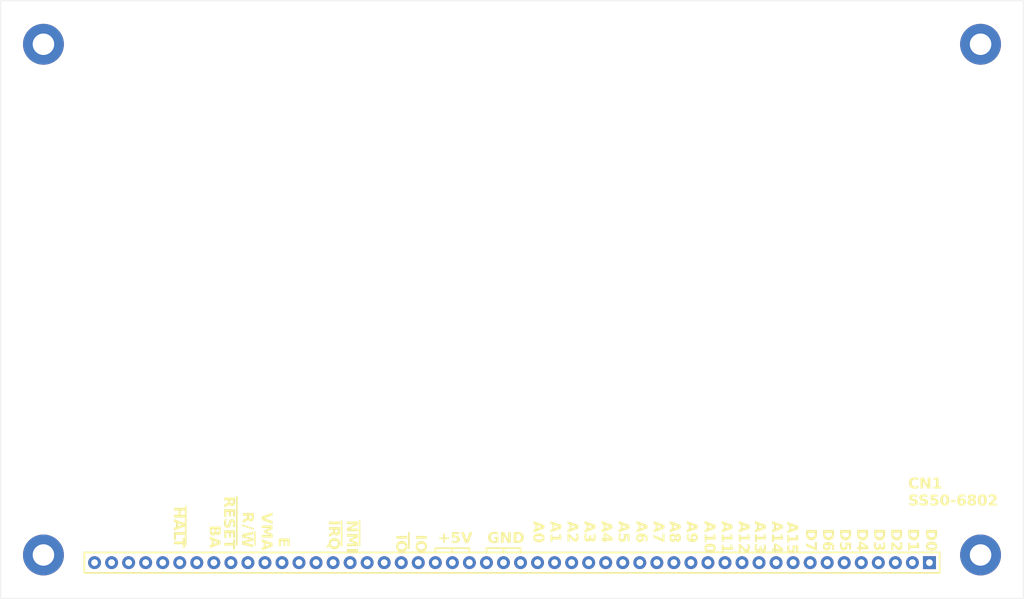
<source format=kicad_pcb>
(kicad_pcb (version 20240108) (generator "pcbnew") (generator_version "8.0")
  (layers (0 "F.Cu" signal "Top Layer") (31 "B.Cu" signal "Bottom Layer") (34 "B.Paste" user "Bottom Paste") (35 "F.Paste" user "Top Paste") (36 "B.SilkS" user "Bottom Overlay") (37 "F.SilkS" user "Top Overlay") (38 "B.Mask" user "Bottom Solder") (39 "F.Mask" user "Top Solder") (44 "Edge.Cuts" user))
  (net 0 "")
  (footprint "" (layer "F.Cu") (at 218.3511 66.9036)
    (property "Reference" "" (at 0 0 0) (layer "F.SilkS") (effects (font (size 1.27 1.27))))
    (property "Value" "")
    (pad "1" thru_hole circle (at 0 0) (size 6.096 6.096) (drill 3.2) (layers "*.Cu" "*.Mask"))
  )
  (footprint "ThroughHole.PcbLib:SIL50" (layer "F.Cu") (at 210.7311 144.2466 -90)
    (property "Reference" "CN1" (at -10.795 3.175 0) (layer "F.SilkS") (effects (font (size 1.6002 1.6002) (thickness 0.254) (bold yes)) (justify left bottom)))
    (property "Value" "SS50-6802" (at -8.255 3.175 0) (layer "F.SilkS") (effects (font (size 1.6002 1.6002) (thickness 0.254) (bold yes)) (justify left bottom)))
    (fp_line (start -1.524 125.984) (end -1.524 -1.524) (stroke (width 0.254)) (layer "F.SilkS"))
    (fp_line (start 1.524 125.984) (end -1.524 125.984) (stroke (width 0.254)) (layer "F.SilkS"))
    (fp_line (start 1.524 125.984) (end 1.524 -1.524) (stroke (width 0.254)) (layer "F.SilkS"))
    (fp_line (start 1.524 -1.524) (end -1.524 -1.524) (stroke (width 0.254)) (layer "F.SilkS"))
    (pad "1" thru_hole rect (at 0 0 270) (size 1.9304 1.9304) (drill 1) (layers "*.Cu" "*.Mask"))
    (pad "2" thru_hole circle (at 0 2.54 270) (size 1.9304 1.9304) (drill 1) (layers "*.Cu" "*.Mask"))
    (pad "3" thru_hole circle (at 0 5.08 270) (size 1.9304 1.9304) (drill 1) (layers "*.Cu" "*.Mask"))
    (pad "4" thru_hole circle (at 0 7.62 270) (size 1.9304 1.9304) (drill 1) (layers "*.Cu" "*.Mask"))
    (pad "5" thru_hole circle (at 0 10.16 270) (size 1.9304 1.9304) (drill 1) (layers "*.Cu" "*.Mask"))
    (pad "6" thru_hole circle (at 0 12.7 270) (size 1.9304 1.9304) (drill 1) (layers "*.Cu" "*.Mask"))
    (pad "7" thru_hole circle (at 0 15.24 270) (size 1.9304 1.9304) (drill 1) (layers "*.Cu" "*.Mask"))
    (pad "8" thru_hole circle (at 0 17.78 270) (size 1.9304 1.9304) (drill 1) (layers "*.Cu" "*.Mask"))
    (pad "9" thru_hole circle (at 0 20.32 270) (size 1.9304 1.9304) (drill 1) (layers "*.Cu" "*.Mask"))
    (pad "10" thru_hole circle (at 0 22.86 270) (size 1.9304 1.9304) (drill 1) (layers "*.Cu" "*.Mask"))
    (pad "11" thru_hole circle (at 0 25.4 270) (size 1.9304 1.9304) (drill 1) (layers "*.Cu" "*.Mask"))
    (pad "12" thru_hole circle (at 0 27.94 270) (size 1.9304 1.9304) (drill 1) (layers "*.Cu" "*.Mask"))
    (pad "13" thru_hole circle (at 0 30.48 270) (size 1.9304 1.9304) (drill 1) (layers "*.Cu" "*.Mask"))
    (pad "14" thru_hole circle (at 0 33.02 270) (size 1.9304 1.9304) (drill 1) (layers "*.Cu" "*.Mask"))
    (pad "15" thru_hole circle (at 0 35.56 270) (size 1.9304 1.9304) (drill 1) (layers "*.Cu" "*.Mask"))
    (pad "16" thru_hole circle (at 0 38.1 270) (size 1.9304 1.9304) (drill 1) (layers "*.Cu" "*.Mask"))
    (pad "17" thru_hole circle (at 0 40.64 270) (size 1.9304 1.9304) (drill 1) (layers "*.Cu" "*.Mask"))
    (pad "18" thru_hole circle (at 0 43.18 270) (size 1.9304 1.9304) (drill 1) (layers "*.Cu" "*.Mask"))
    (pad "19" thru_hole circle (at 0 45.72 270) (size 1.9304 1.9304) (drill 1) (layers "*.Cu" "*.Mask"))
    (pad "20" thru_hole circle (at 0 48.26 270) (size 1.9304 1.9304) (drill 1) (layers "*.Cu" "*.Mask"))
    (pad "21" thru_hole circle (at 0 50.8 270) (size 1.9304 1.9304) (drill 1) (layers "*.Cu" "*.Mask"))
    (pad "22" thru_hole circle (at 0 53.34 270) (size 1.9304 1.9304) (drill 1) (layers "*.Cu" "*.Mask"))
    (pad "23" thru_hole circle (at 0 55.88 270) (size 1.9304 1.9304) (drill 1) (layers "*.Cu" "*.Mask"))
    (pad "24" thru_hole circle (at 0 58.42 270) (size 1.9304 1.9304) (drill 1) (layers "*.Cu" "*.Mask"))
    (pad "25" thru_hole circle (at 0 60.96 270) (size 1.9304 1.9304) (drill 1) (layers "*.Cu" "*.Mask"))
    (pad "26" thru_hole circle (at 0 63.5 270) (size 1.9304 1.9304) (drill 1) (layers "*.Cu" "*.Mask"))
    (pad "27" thru_hole circle (at 0 66.04 270) (size 1.9304 1.9304) (drill 1) (layers "*.Cu" "*.Mask"))
    (pad "28" thru_hole circle (at 0 68.58 270) (size 1.9304 1.9304) (drill 1) (layers "*.Cu" "*.Mask"))
    (pad "29" thru_hole circle (at 0 71.12 270) (size 1.9304 1.9304) (drill 1) (layers "*.Cu" "*.Mask"))
    (pad "30" thru_hole circle (at 0 73.66 270) (size 1.9304 1.9304) (drill 1) (layers "*.Cu" "*.Mask"))
    (pad "31" thru_hole circle (at 0 76.2 270) (size 1.9304 1.9304) (drill 1) (layers "*.Cu" "*.Mask"))
    (pad "32" thru_hole circle (at 0 78.74 270) (size 1.9304 1.9304) (drill 1) (layers "*.Cu" "*.Mask"))
    (pad "33" thru_hole circle (at 0 81.28 270) (size 1.9304 1.9304) (drill 1) (layers "*.Cu" "*.Mask"))
    (pad "34" thru_hole circle (at 0 83.82 270) (size 1.9304 1.9304) (drill 1) (layers "*.Cu" "*.Mask"))
    (pad "35" thru_hole circle (at 0 86.36 270) (size 1.9304 1.9304) (drill 1) (layers "*.Cu" "*.Mask"))
    (pad "36" thru_hole circle (at 0 88.9 270) (size 1.9304 1.9304) (drill 1) (layers "*.Cu" "*.Mask"))
    (pad "37" thru_hole circle (at 0 91.44 270) (size 1.9304 1.9304) (drill 1) (layers "*.Cu" "*.Mask"))
    (pad "38" thru_hole circle (at 0 93.98 270) (size 1.9304 1.9304) (drill 1) (layers "*.Cu" "*.Mask"))
    (pad "39" thru_hole circle (at 0 96.52 270) (size 1.9304 1.9304) (drill 1) (layers "*.Cu" "*.Mask"))
    (pad "40" thru_hole circle (at 0 99.06 270) (size 1.9304 1.9304) (drill 1) (layers "*.Cu" "*.Mask"))
    (pad "41" thru_hole circle (at 0 101.6 270) (size 1.9304 1.9304) (drill 1) (layers "*.Cu" "*.Mask"))
    (pad "42" thru_hole circle (at 0 104.14 270) (size 1.9304 1.9304) (drill 1) (layers "*.Cu" "*.Mask"))
    (pad "43" thru_hole circle (at 0 106.68 270) (size 1.9304 1.9304) (drill 1) (layers "*.Cu" "*.Mask"))
    (pad "44" thru_hole circle (at 0 109.22 270) (size 1.9304 1.9304) (drill 1) (layers "*.Cu" "*.Mask"))
    (pad "45" thru_hole circle (at 0 111.76 270) (size 1.9304 1.9304) (drill 1) (layers "*.Cu" "*.Mask"))
    (pad "46" thru_hole circle (at 0 114.3 270) (size 1.9304 1.9304) (drill 1) (layers "*.Cu" "*.Mask"))
    (pad "47" thru_hole circle (at 0 116.84 270) (size 1.9304 1.9304) (drill 1) (layers "*.Cu" "*.Mask"))
    (pad "48" thru_hole circle (at 0 119.38 270) (size 1.9304 1.9304) (drill 1) (layers "*.Cu" "*.Mask"))
    (pad "49" thru_hole circle (at 0 121.92 270) (size 1.9304 1.9304) (drill 1) (layers "*.Cu" "*.Mask"))
    (pad "50" thru_hole circle (at 0 124.46 270) (size 1.9304 1.9304) (drill 1) (layers "*.Cu" "*.Mask"))
  )
  (footprint "" (layer "F.Cu") (at 78.6511 143.1036)
    (property "Reference" "" (at 0 0 0) (layer "F.SilkS") (effects (font (size 1.27 1.27))))
    (property "Value" "")
    (pad "1" thru_hole circle (at 0 0) (size 6.096 6.096) (drill 3.2) (layers "*.Cu" "*.Mask"))
  )
  (footprint "" (layer "F.Cu") (at 78.6511 66.9036)
    (property "Reference" "" (at 0 0 0) (layer "F.SilkS") (effects (font (size 1.27 1.27))))
    (property "Value" "")
    (pad "1" thru_hole circle (at 0 0) (size 6.096 6.096) (drill 3.2) (layers "*.Cu" "*.Mask"))
  )
  (footprint "" (layer "F.Cu") (at 218.3511 143.1036)
    (property "Reference" "" (at 0 0 0) (layer "F.SilkS") (effects (font (size 1.27 1.27))))
    (property "Value" "")
    (pad "1" thru_hole circle (at 0 0) (size 6.096 6.096) (drill 3.2) (layers "*.Cu" "*.Mask"))
  )
  (gr_line (start 149.7711 142.5956) (end 149.7711 142.0876) (stroke (width 0.254)) (layer "F.SilkS"))
  (gr_line (start 137.0711 142.5956) (end 137.0711 142.0876) (stroke (width 0.254)) (layer "F.SilkS"))
  (gr_line (start 110.1471 141.5796) (end 110.1471 139.6746) (stroke (width 0.254)) (layer "F.SilkS"))
  (gr_line (start 107.4801 141.5796) (end 107.4801 134.4676) (stroke (width 0.254)) (layer "F.SilkS"))
  (gr_line (start 144.6911 142.0876) (end 149.7711 142.0876) (stroke (width 0.254)) (layer "F.SilkS"))
  (gr_line (start 133.1341 142.0876) (end 133.1341 139.8016) (stroke (width 0.254)) (layer "F.SilkS"))
  (gr_line (start 144.6911 142.5956) (end 144.6911 142.0876) (stroke (width 0.254)) (layer "F.SilkS"))
  (gr_line (start 147.2311 142.5956) (end 147.2311 142.0876) (stroke (width 0.254)) (layer "F.SilkS"))
  (gr_line (start 123.1011 141.7066) (end 123.1011 138.0236) (stroke (width 0.254)) (layer "F.SilkS"))
  (gr_line (start 139.6111 142.5956) (end 139.6111 142.0876) (stroke (width 0.254)) (layer "F.SilkS"))
  (gr_line (start 142.1511 142.5956) (end 142.1511 142.0876) (stroke (width 0.254)) (layer "F.SilkS"))
  (gr_line (start 99.8601 141.5796) (end 99.8601 135.8646) (stroke (width 0.254)) (layer "F.SilkS"))
  (gr_line (start 137.0711 142.0876) (end 142.1511 142.0876) (stroke (width 0.254)) (layer "F.SilkS"))
  (gr_line (start 125.7681 141.7066) (end 125.7681 138.0236) (stroke (width 0.254)) (layer "F.SilkS"))
  (gr_line (start 72.3011 149.5806) (end 224.7011 149.5806) (stroke (width 0.05)) (layer "Edge.Cuts"))
  (gr_line (start 224.7011 149.5806) (end 224.7011 60.4266) (stroke (width 0.05)) (layer "Edge.Cuts"))
  (gr_line (start 224.7011 60.4266) (end 72.3011 60.4266) (stroke (width 0.05)) (layer "Edge.Cuts"))
  (gr_line (start 72.3011 60.4266) (end 72.3011 149.5806) (stroke (width 0.05)) (layer "Edge.Cuts"))
  (gr_text "A8" (at 171.7421 138.0236 270) (layer "F.SilkS") (effects (font (size 1.6002 1.6002) (thickness 0.254) (bold yes)) (justify left bottom)))
  (gr_text "RESET" (at 105.3211 134.3406 270) (layer "F.SilkS") (effects (font (size 1.6002 1.6002) (thickness 0.254) (bold yes)) (justify left bottom)))
  (gr_text "A9" (at 174.2821 138.0236 270) (layer "F.SilkS") (effects (font (size 1.6002 1.6002) (thickness 0.254) (bold yes)) (justify left bottom)))
  (gr_text "A6" (at 166.7891 138.0236 270) (layer "F.SilkS") (effects (font (size 1.6002 1.6002) (thickness 0.254) (bold yes)) (justify left bottom)))
  (gr_text "A3" (at 159.0421 138.0236 270) (layer "F.SilkS") (effects (font (size 1.6002 1.6002) (thickness 0.254) (bold yes)) (justify left bottom)))
  (gr_text "NMI" (at 123.6091 137.8966 270) (layer "F.SilkS") (effects (font (size 1.6002 1.6002) (thickness 0.254) (bold yes)) (justify left bottom)))
  (gr_text "GND" (at 144.8181 141.5796 360) (layer "F.SilkS") (effects (font (size 1.6002 1.6002) (thickness 0.254) (bold yes)) (justify left bottom)))
  (gr_text "A1" (at 153.9621 138.0236 270) (layer "F.SilkS") (effects (font (size 1.6002 1.6002) (thickness 0.254) (bold yes)) (justify left bottom)))
  (gr_text "D2" (at 204.7621 139.1666 270) (layer "F.SilkS") (effects (font (size 1.6002 1.6002) (thickness 0.254) (bold yes)) (justify left bottom)))
  (gr_text "A13" (at 184.4421 138.0236 270) (layer "F.SilkS") (effects (font (size 1.6002 1.6002) (thickness 0.254) (bold yes)) (justify left bottom)))
  (gr_text "A0" (at 151.4221 138.0236 270) (layer "F.SilkS") (effects (font (size 1.6002 1.6002) (thickness 0.254) (bold yes)) (justify left bottom)))
  (gr_text "D7" (at 192.0621 139.1666 270) (layer "F.SilkS") (effects (font (size 1.6002 1.6002) (thickness 0.254) (bold yes)) (justify left bottom)))
  (gr_text "BA" (at 103.1621 138.6586 270) (layer "F.SilkS") (effects (font (size 1.6002 1.6002) (thickness 0.254) (bold yes)) (justify left bottom)))
  (gr_text "D1" (at 207.3021 139.1666 270) (layer "F.SilkS") (effects (font (size 1.6002 1.6002) (thickness 0.254) (bold yes)) (justify left bottom)))
  (gr_text "+5V" (at 137.4521 141.5796 360) (layer "F.SilkS") (effects (font (size 1.6002 1.6002) (thickness 0.254) (bold yes)) (justify left bottom)))
  (gr_text "D0" (at 209.9691 139.1666 270) (layer "F.SilkS") (effects (font (size 1.6002 1.6002) (thickness 0.254) (bold yes)) (justify left bottom)))
  (gr_text "D4" (at 199.6821 139.1666 270) (layer "F.SilkS") (effects (font (size 1.6002 1.6002) (thickness 0.254) (bold yes)) (justify left bottom)))
  (gr_text "A14" (at 186.9821 138.0236 270) (layer "F.SilkS") (effects (font (size 1.6002 1.6002) (thickness 0.254) (bold yes)) (justify left bottom)))
  (gr_text "D5" (at 197.1421 139.1666 270) (layer "F.SilkS") (effects (font (size 1.6002 1.6002) (thickness 0.254) (bold yes)) (justify left bottom)))
  (gr_text "HALT" (at 97.8281 135.8646 270) (layer "F.SilkS") (effects (font (size 1.6002 1.6002) (thickness 0.254) (bold yes)) (justify left bottom)))
  (gr_text "D6" (at 194.6021 139.1666 270) (layer "F.SilkS") (effects (font (size 1.6002 1.6002) (thickness 0.254) (bold yes)) (justify left bottom)))
  (gr_text "W" (at 107.9881 139.5476 270) (layer "F.SilkS") (effects (font (size 1.6002 1.6002) (thickness 0.254) (bold yes)) (justify left bottom)))
  (gr_text "IO" (at 130.9751 140.0556 270) (layer "F.SilkS") (effects (font (size 1.6002 1.6002) (thickness 0.254) (bold yes)) (justify left bottom)))
  (gr_text "A5" (at 164.1221 138.0236 270) (layer "F.SilkS") (effects (font (size 1.6002 1.6002) (thickness 0.254) (bold yes)) (justify left bottom)))
  (gr_text "E" (at 113.4491 140.4366 270) (layer "F.SilkS") (effects (font (size 1.6002 1.6002) (thickness 0.254) (bold yes)) (justify left bottom)))
  (gr_text "VMA" (at 110.9091 136.7536 270) (layer "F.SilkS") (effects (font (size 1.6002 1.6002) (thickness 0.254) (bold yes)) (justify left bottom)))
  (gr_text "A4" (at 161.5821 138.0236 270) (layer "F.SilkS") (effects (font (size 1.6002 1.6002) (thickness 0.254) (bold yes)) (justify left bottom)))
  (gr_text "IRQ" (at 120.9421 137.8966 270) (layer "F.SilkS") (effects (font (size 1.6002 1.6002) (thickness 0.254) (bold yes)) (justify left bottom)))
  (gr_text "A15" (at 189.2681 138.1506 270) (layer "F.SilkS") (effects (font (size 1.6002 1.6002) (thickness 0.254) (bold yes)) (justify left bottom)))
  (gr_text "IO" (at 133.8961 140.0556 270) (layer "F.SilkS") (effects (font (size 1.6002 1.6002) (thickness 0.254) (bold yes)) (justify left bottom)))
  (gr_text "/" (at 108.1151 138.5316 270) (layer "F.SilkS") (effects (font (size 1.6002 1.6002) (thickness 0.254) (bold yes)) (justify left bottom)))
  (gr_text "A7" (at 169.3291 138.0236 270) (layer "F.SilkS") (effects (font (size 1.6002 1.6002) (thickness 0.254) (bold yes)) (justify left bottom)))
  (gr_text "A10" (at 176.9491 138.0236 270) (layer "F.SilkS") (effects (font (size 1.6002 1.6002) (thickness 0.254) (bold yes)) (justify left bottom)))
  (gr_text "D3" (at 202.2221 139.1666 270) (layer "F.SilkS") (effects (font (size 1.6002 1.6002) (thickness 0.254) (bold yes)) (justify left bottom)))
  (gr_text "R" (at 108.1151 136.6266 270) (layer "F.SilkS") (effects (font (size 1.6002 1.6002) (thickness 0.254) (bold yes)) (justify left bottom)))
  (gr_text "A2" (at 156.5021 138.0236 270) (layer "F.SilkS") (effects (font (size 1.6002 1.6002) (thickness 0.254) (bold yes)) (justify left bottom)))
  (gr_text "A11" (at 179.4891 138.0236 270) (layer "F.SilkS") (effects (font (size 1.6002 1.6002) (thickness 0.254) (bold yes)) (justify left bottom)))
  (gr_text "A12" (at 182.0291 138.0236 270) (layer "F.SilkS") (effects (font (size 1.6002 1.6002) (thickness 0.254) (bold yes)) (justify left bottom)))
)
</source>
